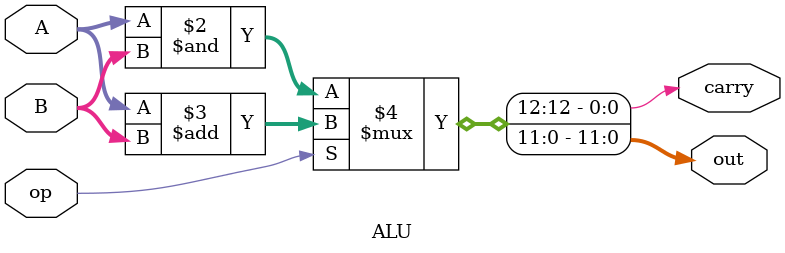
<source format=v>
module ALU(input op,input[11:0] A,B ,output [11:0] out,output carry);
  assign {carry,out} = (~op)?A&B:A+B;
endmodule
</source>
